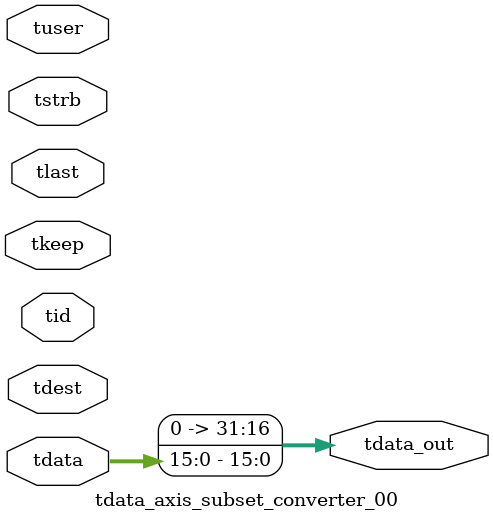
<source format=v>


`timescale 1ps/1ps

module tdata_axis_subset_converter_00 #
(
parameter C_S_AXIS_TDATA_WIDTH = 32,
parameter C_S_AXIS_TUSER_WIDTH = 0,
parameter C_S_AXIS_TID_WIDTH   = 0,
parameter C_S_AXIS_TDEST_WIDTH = 0,
parameter C_M_AXIS_TDATA_WIDTH = 32
)
(
input  [(C_S_AXIS_TDATA_WIDTH == 0 ? 1 : C_S_AXIS_TDATA_WIDTH)-1:0     ] tdata,
input  [(C_S_AXIS_TUSER_WIDTH == 0 ? 1 : C_S_AXIS_TUSER_WIDTH)-1:0     ] tuser,
input  [(C_S_AXIS_TID_WIDTH   == 0 ? 1 : C_S_AXIS_TID_WIDTH)-1:0       ] tid,
input  [(C_S_AXIS_TDEST_WIDTH == 0 ? 1 : C_S_AXIS_TDEST_WIDTH)-1:0     ] tdest,
input  [(C_S_AXIS_TDATA_WIDTH/8)-1:0 ] tkeep,
input  [(C_S_AXIS_TDATA_WIDTH/8)-1:0 ] tstrb,
input                                                                    tlast,
output [C_M_AXIS_TDATA_WIDTH-1:0] tdata_out
);

assign tdata_out = {tdata[15:0]};

endmodule


</source>
